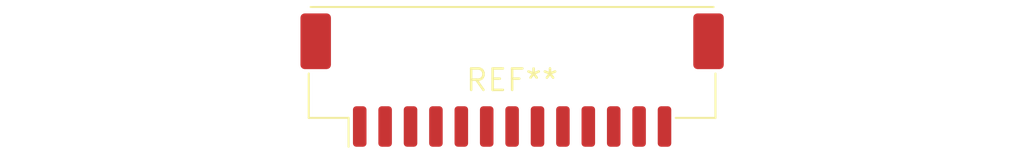
<source format=kicad_pcb>
(kicad_pcb (version 20240108) (generator pcbnew)
  (layers (0 "F.Cu" signal) (31 "B.Cu" signal) (34 "B.Paste" user) (35 "F.Paste" user) (36 "B.SilkS" user "B.Silkscreen") (37 "F.SilkS" user "F.Silkscreen") (38 "B.Mask" user) (39 "F.Mask" user) (44 "Edge.Cuts" user))
  (net 0 "")
  (footprint "Molex_CLIK-Mate_505405-1370_1x13-1MP_P1.50mm_Vertical" (layer "F.Cu") (at 0 0)
    (property "Reference" "REF**")
    (property "Value" "Molex_CLIK-Mate_505405-1370_1x13-1MP_P1.50mm_Vertical")
    (fp_line (start -12.01 -0.39) (end -12.01 2.24) (layer "F.SilkS") (stroke (width 0.12)))
    (fp_line (start -12.01 2.24) (end -9.66 2.24) (layer "F.SilkS") (stroke (width 0.12)))
    (fp_line (start -11.9 -4.33) (end 11.9 -4.33) (layer "F.SilkS") (stroke (width 0.12)))
    (fp_line (start -9.66 2.24) (end -9.66 3.95) (layer "F.SilkS") (stroke (width 0.12)))
    (fp_line (start 12.01 -0.39) (end 12.01 2.24) (layer "F.SilkS") (stroke (width 0.12)))
    (fp_line (start 12.01 2.24) (end 9.66 2.24) (layer "F.SilkS") (stroke (width 0.12)))
    (pad "1" smd roundrect (at -9 2.75) (size 0.8 2.4) (layers "F.Cu" "F.Paste" "F.Mask"))
    (pad "2" smd roundrect (at -7.5 2.75) (size 0.8 2.4) (layers "F.Cu" "F.Paste" "F.Mask"))
    (pad "3" smd roundrect (at -6 2.75) (size 0.8 2.4) (layers "F.Cu" "F.Paste" "F.Mask"))
    (pad "4" smd roundrect (at -4.5 2.75) (size 0.8 2.4) (layers "F.Cu" "F.Paste" "F.Mask"))
    (pad "5" smd roundrect (at -3 2.75) (size 0.8 2.4) (layers "F.Cu" "F.Paste" "F.Mask"))
    (pad "6" smd roundrect (at -1.5 2.75) (size 0.8 2.4) (layers "F.Cu" "F.Paste" "F.Mask"))
    (pad "7" smd roundrect (at 0 2.75) (size 0.8 2.4) (layers "F.Cu" "F.Paste" "F.Mask"))
    (pad "8" smd roundrect (at 1.5 2.75) (size 0.8 2.4) (layers "F.Cu" "F.Paste" "F.Mask"))
    (pad "9" smd roundrect (at 3 2.75) (size 0.8 2.4) (layers "F.Cu" "F.Paste" "F.Mask"))
    (pad "10" smd roundrect (at 4.5 2.75) (size 0.8 2.4) (layers "F.Cu" "F.Paste" "F.Mask"))
    (pad "11" smd roundrect (at 6 2.75) (size 0.8 2.4) (layers "F.Cu" "F.Paste" "F.Mask"))
    (pad "12" smd roundrect (at 7.5 2.75) (size 0.8 2.4) (layers "F.Cu" "F.Paste" "F.Mask"))
    (pad "13" smd roundrect (at 9 2.75) (size 0.8 2.4) (layers "F.Cu" "F.Paste" "F.Mask"))
    (pad "MP" smd roundrect (at -11.6 -2.3) (size 1.8 3.3) (layers "F.Cu" "F.Paste" "F.Mask") (roundrect_rratio 0.138889))
    (pad "MP" smd roundrect (at 11.6 -2.3) (size 1.8 3.3) (layers "F.Cu" "F.Paste" "F.Mask") (roundrect_rratio 0.138889))
  )
)
</source>
